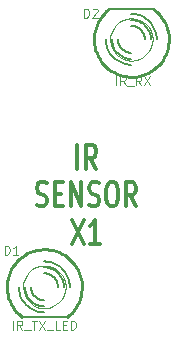
<source format=gto>
G04 (created by PCBNEW-RS274X (2012-01-19 BZR 3256)-stable) date 23/01/2013 13:42:51*
G01*
G70*
G90*
%MOIN*%
G04 Gerber Fmt 3.4, Leading zero omitted, Abs format*
%FSLAX34Y34*%
G04 APERTURE LIST*
%ADD10C,0.006000*%
%ADD11C,0.012000*%
%ADD12C,0.008000*%
%ADD13C,0.003000*%
%ADD14C,0.010000*%
%ADD15C,0.003500*%
G04 APERTURE END LIST*
G54D10*
G54D11*
X64900Y-33224D02*
X64900Y-32424D01*
X65529Y-33224D02*
X65329Y-32843D01*
X65186Y-33224D02*
X65186Y-32424D01*
X65414Y-32424D01*
X65472Y-32462D01*
X65500Y-32500D01*
X65529Y-32576D01*
X65529Y-32690D01*
X65500Y-32767D01*
X65472Y-32805D01*
X65414Y-32843D01*
X65186Y-32843D01*
X63543Y-34426D02*
X63629Y-34464D01*
X63772Y-34464D01*
X63829Y-34426D01*
X63858Y-34388D01*
X63886Y-34311D01*
X63886Y-34235D01*
X63858Y-34159D01*
X63829Y-34121D01*
X63772Y-34083D01*
X63658Y-34045D01*
X63600Y-34007D01*
X63572Y-33969D01*
X63543Y-33892D01*
X63543Y-33816D01*
X63572Y-33740D01*
X63600Y-33702D01*
X63658Y-33664D01*
X63800Y-33664D01*
X63886Y-33702D01*
X64143Y-34045D02*
X64343Y-34045D01*
X64429Y-34464D02*
X64143Y-34464D01*
X64143Y-33664D01*
X64429Y-33664D01*
X64686Y-34464D02*
X64686Y-33664D01*
X65029Y-34464D01*
X65029Y-33664D01*
X65286Y-34426D02*
X65372Y-34464D01*
X65515Y-34464D01*
X65572Y-34426D01*
X65601Y-34388D01*
X65629Y-34311D01*
X65629Y-34235D01*
X65601Y-34159D01*
X65572Y-34121D01*
X65515Y-34083D01*
X65401Y-34045D01*
X65343Y-34007D01*
X65315Y-33969D01*
X65286Y-33892D01*
X65286Y-33816D01*
X65315Y-33740D01*
X65343Y-33702D01*
X65401Y-33664D01*
X65543Y-33664D01*
X65629Y-33702D01*
X66000Y-33664D02*
X66114Y-33664D01*
X66172Y-33702D01*
X66229Y-33778D01*
X66257Y-33930D01*
X66257Y-34197D01*
X66229Y-34350D01*
X66172Y-34426D01*
X66114Y-34464D01*
X66000Y-34464D01*
X65943Y-34426D01*
X65886Y-34350D01*
X65857Y-34197D01*
X65857Y-33930D01*
X65886Y-33778D01*
X65943Y-33702D01*
X66000Y-33664D01*
X66858Y-34464D02*
X66658Y-34083D01*
X66515Y-34464D02*
X66515Y-33664D01*
X66743Y-33664D01*
X66801Y-33702D01*
X66829Y-33740D01*
X66858Y-33816D01*
X66858Y-33930D01*
X66829Y-34007D01*
X66801Y-34045D01*
X66743Y-34083D01*
X66515Y-34083D01*
X64715Y-34904D02*
X65115Y-35704D01*
X65115Y-34904D02*
X64715Y-35704D01*
X65657Y-35704D02*
X65314Y-35704D01*
X65486Y-35704D02*
X65486Y-34904D01*
X65429Y-35018D01*
X65371Y-35094D01*
X65314Y-35132D01*
G54D12*
X63050Y-38170D02*
X64550Y-38170D01*
G54D13*
X64507Y-37150D02*
X64493Y-37287D01*
X64453Y-37419D01*
X64388Y-37541D01*
X64301Y-37648D01*
X64195Y-37736D01*
X64073Y-37801D01*
X63942Y-37842D01*
X63804Y-37856D01*
X63668Y-37844D01*
X63536Y-37805D01*
X63413Y-37741D01*
X63306Y-37655D01*
X63217Y-37549D01*
X63151Y-37428D01*
X63109Y-37296D01*
X63094Y-37159D01*
X63105Y-37023D01*
X63143Y-36890D01*
X63206Y-36768D01*
X63292Y-36659D01*
X63397Y-36570D01*
X63517Y-36503D01*
X63649Y-36460D01*
X63786Y-36444D01*
X63922Y-36454D01*
X64055Y-36491D01*
X64178Y-36554D01*
X64287Y-36639D01*
X64377Y-36743D01*
X64445Y-36863D01*
X64489Y-36994D01*
X64506Y-37131D01*
X64507Y-37150D01*
G54D14*
X64550Y-38149D02*
X64634Y-38080D01*
X64712Y-38004D01*
X64783Y-37921D01*
X64847Y-37832D01*
X64902Y-37738D01*
X64949Y-37640D01*
X64988Y-37538D01*
X65017Y-37433D01*
X65037Y-37326D01*
X65048Y-37217D01*
X65049Y-37109D01*
X65040Y-37000D01*
X65023Y-36893D01*
X64996Y-36787D01*
X64959Y-36684D01*
X64914Y-36585D01*
X64861Y-36490D01*
X64799Y-36400D01*
X64730Y-36316D01*
X64654Y-36238D01*
X64571Y-36167D01*
X64482Y-36103D01*
X64388Y-36048D01*
X64290Y-36001D01*
X64188Y-35962D01*
X64083Y-35933D01*
X63976Y-35913D01*
X63867Y-35902D01*
X63759Y-35901D01*
X63650Y-35910D01*
X63543Y-35927D01*
X63437Y-35954D01*
X63334Y-35991D01*
X63235Y-36036D01*
X63140Y-36089D01*
X63050Y-36151D01*
X62966Y-36220D01*
X62888Y-36296D01*
X62817Y-36379D01*
X62753Y-36468D01*
X62698Y-36562D01*
X62651Y-36660D01*
X62612Y-36762D01*
X62583Y-36867D01*
X62563Y-36974D01*
X62552Y-37083D01*
X62551Y-37191D01*
X62560Y-37300D01*
X62577Y-37407D01*
X62604Y-37513D01*
X62641Y-37616D01*
X62686Y-37715D01*
X62739Y-37810D01*
X62801Y-37900D01*
X62870Y-37984D01*
X62946Y-38062D01*
X63029Y-38133D01*
X63050Y-38149D01*
G54D10*
X64250Y-37150D02*
X64248Y-37111D01*
X64243Y-37072D01*
X64234Y-37034D01*
X64222Y-36997D01*
X64207Y-36960D01*
X64189Y-36926D01*
X64168Y-36892D01*
X64144Y-36861D01*
X64118Y-36832D01*
X64089Y-36806D01*
X64058Y-36782D01*
X64025Y-36761D01*
X63990Y-36743D01*
X63953Y-36728D01*
X63916Y-36716D01*
X63878Y-36707D01*
X63839Y-36702D01*
X63800Y-36700D01*
X63350Y-37150D02*
X63352Y-37189D01*
X63357Y-37228D01*
X63366Y-37266D01*
X63378Y-37303D01*
X63393Y-37340D01*
X63411Y-37374D01*
X63432Y-37408D01*
X63456Y-37439D01*
X63482Y-37468D01*
X63511Y-37494D01*
X63542Y-37518D01*
X63576Y-37539D01*
X63610Y-37557D01*
X63647Y-37572D01*
X63684Y-37584D01*
X63722Y-37593D01*
X63761Y-37598D01*
X63800Y-37600D01*
X64450Y-37150D02*
X64447Y-37094D01*
X64440Y-37038D01*
X64427Y-36982D01*
X64410Y-36928D01*
X64389Y-36876D01*
X64362Y-36826D01*
X64332Y-36778D01*
X64297Y-36733D01*
X64259Y-36691D01*
X64217Y-36653D01*
X64172Y-36618D01*
X64125Y-36588D01*
X64074Y-36561D01*
X64022Y-36540D01*
X63968Y-36523D01*
X63912Y-36510D01*
X63856Y-36503D01*
X63800Y-36500D01*
X63150Y-37150D02*
X63153Y-37206D01*
X63160Y-37262D01*
X63173Y-37318D01*
X63190Y-37372D01*
X63211Y-37424D01*
X63238Y-37474D01*
X63268Y-37522D01*
X63303Y-37567D01*
X63341Y-37609D01*
X63383Y-37647D01*
X63428Y-37682D01*
X63476Y-37712D01*
X63526Y-37739D01*
X63578Y-37760D01*
X63632Y-37777D01*
X63688Y-37790D01*
X63744Y-37797D01*
X63800Y-37800D01*
X64650Y-37150D02*
X64646Y-37076D01*
X64637Y-37003D01*
X64621Y-36931D01*
X64598Y-36860D01*
X64570Y-36791D01*
X64536Y-36726D01*
X64496Y-36663D01*
X64451Y-36604D01*
X64401Y-36549D01*
X64346Y-36499D01*
X64287Y-36454D01*
X64225Y-36414D01*
X64159Y-36380D01*
X64090Y-36352D01*
X64019Y-36329D01*
X63947Y-36313D01*
X63874Y-36304D01*
X63800Y-36300D01*
X62950Y-37150D02*
X62954Y-37224D01*
X62963Y-37297D01*
X62979Y-37369D01*
X63002Y-37440D01*
X63030Y-37509D01*
X63064Y-37574D01*
X63104Y-37637D01*
X63149Y-37696D01*
X63199Y-37751D01*
X63254Y-37801D01*
X63313Y-37846D01*
X63376Y-37886D01*
X63441Y-37920D01*
X63510Y-37948D01*
X63581Y-37971D01*
X63653Y-37987D01*
X63726Y-37996D01*
X63800Y-38000D01*
G54D12*
X67450Y-27880D02*
X65950Y-27880D01*
G54D13*
X67407Y-28900D02*
X67393Y-29037D01*
X67353Y-29169D01*
X67288Y-29291D01*
X67201Y-29398D01*
X67095Y-29486D01*
X66973Y-29551D01*
X66842Y-29592D01*
X66704Y-29606D01*
X66568Y-29594D01*
X66436Y-29555D01*
X66313Y-29491D01*
X66206Y-29405D01*
X66117Y-29299D01*
X66051Y-29178D01*
X66009Y-29046D01*
X65994Y-28909D01*
X66005Y-28773D01*
X66043Y-28640D01*
X66106Y-28518D01*
X66192Y-28409D01*
X66297Y-28320D01*
X66417Y-28253D01*
X66549Y-28210D01*
X66686Y-28194D01*
X66822Y-28204D01*
X66955Y-28241D01*
X67078Y-28304D01*
X67187Y-28389D01*
X67277Y-28493D01*
X67345Y-28613D01*
X67389Y-28744D01*
X67406Y-28881D01*
X67407Y-28900D01*
G54D14*
X65950Y-27901D02*
X65866Y-27970D01*
X65788Y-28046D01*
X65717Y-28129D01*
X65653Y-28218D01*
X65598Y-28312D01*
X65551Y-28410D01*
X65512Y-28512D01*
X65483Y-28617D01*
X65463Y-28724D01*
X65452Y-28833D01*
X65451Y-28941D01*
X65460Y-29050D01*
X65477Y-29157D01*
X65504Y-29263D01*
X65541Y-29366D01*
X65586Y-29465D01*
X65639Y-29560D01*
X65701Y-29650D01*
X65770Y-29734D01*
X65846Y-29812D01*
X65929Y-29883D01*
X66018Y-29947D01*
X66112Y-30002D01*
X66210Y-30049D01*
X66312Y-30088D01*
X66417Y-30117D01*
X66524Y-30137D01*
X66633Y-30148D01*
X66741Y-30149D01*
X66850Y-30140D01*
X66957Y-30123D01*
X67063Y-30096D01*
X67166Y-30059D01*
X67265Y-30014D01*
X67360Y-29961D01*
X67450Y-29899D01*
X67534Y-29830D01*
X67612Y-29754D01*
X67683Y-29671D01*
X67747Y-29582D01*
X67802Y-29488D01*
X67849Y-29390D01*
X67888Y-29288D01*
X67917Y-29183D01*
X67937Y-29076D01*
X67948Y-28967D01*
X67949Y-28859D01*
X67940Y-28750D01*
X67923Y-28643D01*
X67896Y-28537D01*
X67859Y-28434D01*
X67814Y-28335D01*
X67761Y-28240D01*
X67699Y-28150D01*
X67630Y-28066D01*
X67554Y-27988D01*
X67471Y-27917D01*
X67450Y-27901D01*
G54D10*
X66250Y-28900D02*
X66252Y-28939D01*
X66257Y-28978D01*
X66266Y-29016D01*
X66278Y-29053D01*
X66293Y-29090D01*
X66311Y-29124D01*
X66332Y-29158D01*
X66356Y-29189D01*
X66382Y-29218D01*
X66411Y-29244D01*
X66442Y-29268D01*
X66476Y-29289D01*
X66510Y-29307D01*
X66547Y-29322D01*
X66584Y-29334D01*
X66622Y-29343D01*
X66661Y-29348D01*
X66700Y-29350D01*
X67150Y-28900D02*
X67148Y-28861D01*
X67143Y-28822D01*
X67134Y-28784D01*
X67122Y-28747D01*
X67107Y-28710D01*
X67089Y-28676D01*
X67068Y-28642D01*
X67044Y-28611D01*
X67018Y-28582D01*
X66989Y-28556D01*
X66958Y-28532D01*
X66925Y-28511D01*
X66890Y-28493D01*
X66853Y-28478D01*
X66816Y-28466D01*
X66778Y-28457D01*
X66739Y-28452D01*
X66700Y-28450D01*
X66050Y-28900D02*
X66053Y-28956D01*
X66060Y-29012D01*
X66073Y-29068D01*
X66090Y-29122D01*
X66111Y-29174D01*
X66138Y-29224D01*
X66168Y-29272D01*
X66203Y-29317D01*
X66241Y-29359D01*
X66283Y-29397D01*
X66328Y-29432D01*
X66376Y-29462D01*
X66426Y-29489D01*
X66478Y-29510D01*
X66532Y-29527D01*
X66588Y-29540D01*
X66644Y-29547D01*
X66700Y-29550D01*
X67350Y-28900D02*
X67347Y-28844D01*
X67340Y-28788D01*
X67327Y-28732D01*
X67310Y-28678D01*
X67289Y-28626D01*
X67262Y-28576D01*
X67232Y-28528D01*
X67197Y-28483D01*
X67159Y-28441D01*
X67117Y-28403D01*
X67072Y-28368D01*
X67025Y-28338D01*
X66974Y-28311D01*
X66922Y-28290D01*
X66868Y-28273D01*
X66812Y-28260D01*
X66756Y-28253D01*
X66700Y-28250D01*
X65850Y-28900D02*
X65854Y-28974D01*
X65863Y-29047D01*
X65879Y-29119D01*
X65902Y-29190D01*
X65930Y-29259D01*
X65964Y-29324D01*
X66004Y-29387D01*
X66049Y-29446D01*
X66099Y-29501D01*
X66154Y-29551D01*
X66213Y-29596D01*
X66276Y-29636D01*
X66341Y-29670D01*
X66410Y-29698D01*
X66481Y-29721D01*
X66553Y-29737D01*
X66626Y-29746D01*
X66700Y-29750D01*
X67550Y-28900D02*
X67546Y-28826D01*
X67537Y-28753D01*
X67521Y-28681D01*
X67498Y-28610D01*
X67470Y-28541D01*
X67436Y-28476D01*
X67396Y-28413D01*
X67351Y-28354D01*
X67301Y-28299D01*
X67246Y-28249D01*
X67187Y-28204D01*
X67125Y-28164D01*
X67059Y-28130D01*
X66990Y-28102D01*
X66919Y-28079D01*
X66847Y-28063D01*
X66774Y-28054D01*
X66700Y-28050D01*
G54D15*
X62478Y-36071D02*
X62478Y-35771D01*
X62550Y-35771D01*
X62593Y-35786D01*
X62621Y-35814D01*
X62636Y-35843D01*
X62650Y-35900D01*
X62650Y-35943D01*
X62636Y-36000D01*
X62621Y-36029D01*
X62593Y-36057D01*
X62550Y-36071D01*
X62478Y-36071D01*
X62936Y-36071D02*
X62764Y-36071D01*
X62850Y-36071D02*
X62850Y-35771D01*
X62821Y-35814D01*
X62793Y-35843D01*
X62764Y-35857D01*
X62756Y-38571D02*
X62756Y-38271D01*
X63071Y-38571D02*
X62971Y-38429D01*
X62899Y-38571D02*
X62899Y-38271D01*
X63014Y-38271D01*
X63042Y-38286D01*
X63057Y-38300D01*
X63071Y-38329D01*
X63071Y-38371D01*
X63057Y-38400D01*
X63042Y-38414D01*
X63014Y-38429D01*
X62899Y-38429D01*
X63128Y-38600D02*
X63357Y-38600D01*
X63386Y-38271D02*
X63557Y-38271D01*
X63471Y-38571D02*
X63471Y-38271D01*
X63629Y-38271D02*
X63829Y-38571D01*
X63829Y-38271D02*
X63629Y-38571D01*
X63872Y-38600D02*
X64101Y-38600D01*
X64315Y-38571D02*
X64172Y-38571D01*
X64172Y-38271D01*
X64415Y-38414D02*
X64515Y-38414D01*
X64558Y-38571D02*
X64415Y-38571D01*
X64415Y-38271D01*
X64558Y-38271D01*
X64686Y-38571D02*
X64686Y-38271D01*
X64758Y-38271D01*
X64801Y-38286D01*
X64829Y-38314D01*
X64844Y-38343D01*
X64858Y-38400D01*
X64858Y-38443D01*
X64844Y-38500D01*
X64829Y-38529D01*
X64801Y-38557D01*
X64758Y-38571D01*
X64686Y-38571D01*
X65128Y-28171D02*
X65128Y-27871D01*
X65200Y-27871D01*
X65243Y-27886D01*
X65271Y-27914D01*
X65286Y-27943D01*
X65300Y-28000D01*
X65300Y-28043D01*
X65286Y-28100D01*
X65271Y-28129D01*
X65243Y-28157D01*
X65200Y-28171D01*
X65128Y-28171D01*
X65414Y-27900D02*
X65428Y-27886D01*
X65457Y-27871D01*
X65528Y-27871D01*
X65557Y-27886D01*
X65571Y-27900D01*
X65586Y-27929D01*
X65586Y-27957D01*
X65571Y-28000D01*
X65400Y-28171D01*
X65586Y-28171D01*
X66192Y-30421D02*
X66192Y-30121D01*
X66507Y-30421D02*
X66407Y-30279D01*
X66335Y-30421D02*
X66335Y-30121D01*
X66450Y-30121D01*
X66478Y-30136D01*
X66493Y-30150D01*
X66507Y-30179D01*
X66507Y-30221D01*
X66493Y-30250D01*
X66478Y-30264D01*
X66450Y-30279D01*
X66335Y-30279D01*
X66564Y-30450D02*
X66793Y-30450D01*
X67036Y-30421D02*
X66936Y-30279D01*
X66864Y-30421D02*
X66864Y-30121D01*
X66979Y-30121D01*
X67007Y-30136D01*
X67022Y-30150D01*
X67036Y-30179D01*
X67036Y-30221D01*
X67022Y-30250D01*
X67007Y-30264D01*
X66979Y-30279D01*
X66864Y-30279D01*
X67136Y-30121D02*
X67336Y-30421D01*
X67336Y-30121D02*
X67136Y-30421D01*
M02*

</source>
